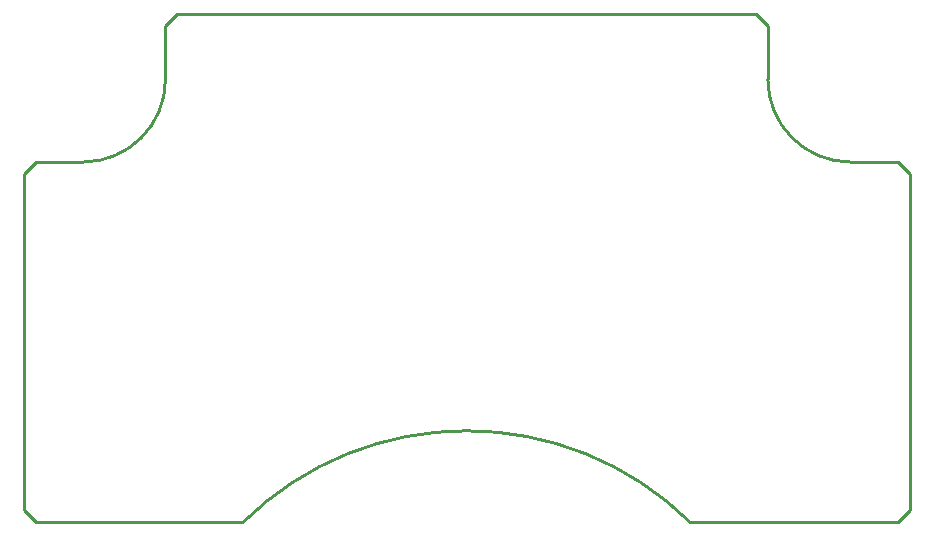
<source format=gm1>
G04 Layer_Color=16711935*
%FSLAX44Y44*%
%MOMM*%
G71*
G01*
G75*
%ADD23C,0.2540*%
D23*
X564669Y-339D02*
G03*
X185331Y-339I-189669J-192161D01*
G01*
X50000Y305000D02*
G03*
X120000Y375000I0J70000D01*
G01*
X630000D02*
G03*
X700000Y305000I70000J0D01*
G01*
X120000Y375000D02*
Y420000D01*
X130000Y430000D01*
X630000Y375000D02*
Y420000D01*
X620000Y430000D02*
X630000Y420000D01*
X130000Y430000D02*
X620000D01*
X740000Y305000D02*
X750000Y295000D01*
Y10000D02*
Y295000D01*
X10000Y305000D02*
X50000D01*
X0Y10000D02*
X10000Y0D01*
X185333D01*
X0Y295000D02*
X10000Y305000D01*
X0Y10000D02*
Y295000D01*
X564669Y0D02*
X740000D01*
X750000Y10000D01*
X700000Y305000D02*
X740000D01*
M02*

</source>
